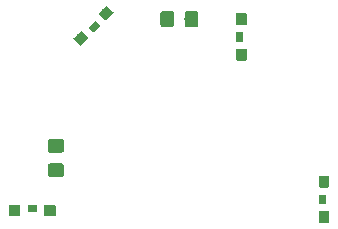
<source format=gbr>
G04 #@! TF.GenerationSoftware,KiCad,Pcbnew,5.1.2*
G04 #@! TF.CreationDate,2019-06-30T01:50:48-07:00*
G04 #@! TF.ProjectId,Mario_SAO,4d617269-6f5f-4534-914f-2e6b69636164,rev?*
G04 #@! TF.SameCoordinates,Original*
G04 #@! TF.FileFunction,Paste,Bot*
G04 #@! TF.FilePolarity,Positive*
%FSLAX46Y46*%
G04 Gerber Fmt 4.6, Leading zero omitted, Abs format (unit mm)*
G04 Created by KiCad (PCBNEW 5.1.2) date 2019-06-30 01:50:48*
%MOMM*%
%LPD*%
G04 APERTURE LIST*
%ADD10C,0.100000*%
%ADD11C,0.600000*%
%ADD12C,0.900000*%
%ADD13C,1.150000*%
G04 APERTURE END LIST*
D10*
G36*
X95095881Y-122750289D02*
G01*
X95101705Y-122751153D01*
X95107417Y-122752584D01*
X95112961Y-122754567D01*
X95118284Y-122757085D01*
X95123334Y-122760112D01*
X95128064Y-122763619D01*
X95132426Y-122767574D01*
X95136381Y-122771936D01*
X95139888Y-122776666D01*
X95142915Y-122781716D01*
X95145433Y-122787039D01*
X95147416Y-122792583D01*
X95148847Y-122798295D01*
X95149711Y-122804119D01*
X95150000Y-122810000D01*
X95150000Y-123290000D01*
X95149711Y-123295881D01*
X95148847Y-123301705D01*
X95147416Y-123307417D01*
X95145433Y-123312961D01*
X95142915Y-123318284D01*
X95139888Y-123323334D01*
X95136381Y-123328064D01*
X95132426Y-123332426D01*
X95128064Y-123336381D01*
X95123334Y-123339888D01*
X95118284Y-123342915D01*
X95112961Y-123345433D01*
X95107417Y-123347416D01*
X95101705Y-123348847D01*
X95095881Y-123349711D01*
X95090000Y-123350000D01*
X94410000Y-123350000D01*
X94404119Y-123349711D01*
X94398295Y-123348847D01*
X94392583Y-123347416D01*
X94387039Y-123345433D01*
X94381716Y-123342915D01*
X94376666Y-123339888D01*
X94371936Y-123336381D01*
X94367574Y-123332426D01*
X94363619Y-123328064D01*
X94360112Y-123323334D01*
X94357085Y-123318284D01*
X94354567Y-123312961D01*
X94352584Y-123307417D01*
X94351153Y-123301705D01*
X94350289Y-123295881D01*
X94350000Y-123290000D01*
X94350000Y-122810000D01*
X94350289Y-122804119D01*
X94351153Y-122798295D01*
X94352584Y-122792583D01*
X94354567Y-122787039D01*
X94357085Y-122781716D01*
X94360112Y-122776666D01*
X94363619Y-122771936D01*
X94367574Y-122767574D01*
X94371936Y-122763619D01*
X94376666Y-122760112D01*
X94381716Y-122757085D01*
X94387039Y-122754567D01*
X94392583Y-122752584D01*
X94398295Y-122751153D01*
X94404119Y-122750289D01*
X94410000Y-122750000D01*
X95090000Y-122750000D01*
X95095881Y-122750289D01*
X95095881Y-122750289D01*
G37*
D11*
X94750000Y-123050000D03*
D10*
G36*
X96668822Y-122750433D02*
G01*
X96677558Y-122751729D01*
X96686126Y-122753875D01*
X96694442Y-122756851D01*
X96702426Y-122760627D01*
X96710001Y-122765168D01*
X96717095Y-122770429D01*
X96723640Y-122776360D01*
X96729571Y-122782905D01*
X96734832Y-122789999D01*
X96739373Y-122797574D01*
X96743149Y-122805558D01*
X96746125Y-122813874D01*
X96748271Y-122822442D01*
X96749567Y-122831178D01*
X96750000Y-122840000D01*
X96750000Y-123560000D01*
X96749567Y-123568822D01*
X96748271Y-123577558D01*
X96746125Y-123586126D01*
X96743149Y-123594442D01*
X96739373Y-123602426D01*
X96734832Y-123610001D01*
X96729571Y-123617095D01*
X96723640Y-123623640D01*
X96717095Y-123629571D01*
X96710001Y-123634832D01*
X96702426Y-123639373D01*
X96694442Y-123643149D01*
X96686126Y-123646125D01*
X96677558Y-123648271D01*
X96668822Y-123649567D01*
X96660000Y-123650000D01*
X95840000Y-123650000D01*
X95831178Y-123649567D01*
X95822442Y-123648271D01*
X95813874Y-123646125D01*
X95805558Y-123643149D01*
X95797574Y-123639373D01*
X95789999Y-123634832D01*
X95782905Y-123629571D01*
X95776360Y-123623640D01*
X95770429Y-123617095D01*
X95765168Y-123610001D01*
X95760627Y-123602426D01*
X95756851Y-123594442D01*
X95753875Y-123586126D01*
X95751729Y-123577558D01*
X95750433Y-123568822D01*
X95750000Y-123560000D01*
X95750000Y-122840000D01*
X95750433Y-122831178D01*
X95751729Y-122822442D01*
X95753875Y-122813874D01*
X95756851Y-122805558D01*
X95760627Y-122797574D01*
X95765168Y-122789999D01*
X95770429Y-122782905D01*
X95776360Y-122776360D01*
X95782905Y-122770429D01*
X95789999Y-122765168D01*
X95797574Y-122760627D01*
X95805558Y-122756851D01*
X95813874Y-122753875D01*
X95822442Y-122751729D01*
X95831178Y-122750433D01*
X95840000Y-122750000D01*
X96660000Y-122750000D01*
X96668822Y-122750433D01*
X96668822Y-122750433D01*
G37*
D12*
X96250000Y-123200000D03*
D10*
G36*
X93668822Y-122750433D02*
G01*
X93677558Y-122751729D01*
X93686126Y-122753875D01*
X93694442Y-122756851D01*
X93702426Y-122760627D01*
X93710001Y-122765168D01*
X93717095Y-122770429D01*
X93723640Y-122776360D01*
X93729571Y-122782905D01*
X93734832Y-122789999D01*
X93739373Y-122797574D01*
X93743149Y-122805558D01*
X93746125Y-122813874D01*
X93748271Y-122822442D01*
X93749567Y-122831178D01*
X93750000Y-122840000D01*
X93750000Y-123560000D01*
X93749567Y-123568822D01*
X93748271Y-123577558D01*
X93746125Y-123586126D01*
X93743149Y-123594442D01*
X93739373Y-123602426D01*
X93734832Y-123610001D01*
X93729571Y-123617095D01*
X93723640Y-123623640D01*
X93717095Y-123629571D01*
X93710001Y-123634832D01*
X93702426Y-123639373D01*
X93694442Y-123643149D01*
X93686126Y-123646125D01*
X93677558Y-123648271D01*
X93668822Y-123649567D01*
X93660000Y-123650000D01*
X92840000Y-123650000D01*
X92831178Y-123649567D01*
X92822442Y-123648271D01*
X92813874Y-123646125D01*
X92805558Y-123643149D01*
X92797574Y-123639373D01*
X92789999Y-123634832D01*
X92782905Y-123629571D01*
X92776360Y-123623640D01*
X92770429Y-123617095D01*
X92765168Y-123610001D01*
X92760627Y-123602426D01*
X92756851Y-123594442D01*
X92753875Y-123586126D01*
X92751729Y-123577558D01*
X92750433Y-123568822D01*
X92750000Y-123560000D01*
X92750000Y-122840000D01*
X92750433Y-122831178D01*
X92751729Y-122822442D01*
X92753875Y-122813874D01*
X92756851Y-122805558D01*
X92760627Y-122797574D01*
X92765168Y-122789999D01*
X92770429Y-122782905D01*
X92776360Y-122776360D01*
X92782905Y-122770429D01*
X92789999Y-122765168D01*
X92797574Y-122760627D01*
X92805558Y-122756851D01*
X92813874Y-122753875D01*
X92822442Y-122751729D01*
X92831178Y-122750433D01*
X92840000Y-122750000D01*
X93660000Y-122750000D01*
X93668822Y-122750433D01*
X93668822Y-122750433D01*
G37*
D12*
X93250000Y-123200000D03*
D10*
G36*
X101040193Y-105840656D02*
G01*
X101048929Y-105841952D01*
X101057497Y-105844098D01*
X101065813Y-105847074D01*
X101073797Y-105850850D01*
X101081372Y-105855391D01*
X101088466Y-105860652D01*
X101095011Y-105866583D01*
X101604128Y-106375700D01*
X101610059Y-106382245D01*
X101615320Y-106389339D01*
X101619861Y-106396914D01*
X101623637Y-106404898D01*
X101626613Y-106413214D01*
X101628759Y-106421782D01*
X101630055Y-106430518D01*
X101630488Y-106439340D01*
X101630055Y-106448162D01*
X101628759Y-106456898D01*
X101626613Y-106465466D01*
X101623637Y-106473782D01*
X101619861Y-106481766D01*
X101615320Y-106489341D01*
X101610059Y-106496435D01*
X101604128Y-106502980D01*
X101024301Y-107082807D01*
X101017756Y-107088738D01*
X101010662Y-107093999D01*
X101003087Y-107098540D01*
X100995103Y-107102316D01*
X100986787Y-107105292D01*
X100978219Y-107107438D01*
X100969483Y-107108734D01*
X100960661Y-107109167D01*
X100951839Y-107108734D01*
X100943103Y-107107438D01*
X100934535Y-107105292D01*
X100926219Y-107102316D01*
X100918235Y-107098540D01*
X100910660Y-107093999D01*
X100903566Y-107088738D01*
X100897021Y-107082807D01*
X100387904Y-106573690D01*
X100381973Y-106567145D01*
X100376712Y-106560051D01*
X100372171Y-106552476D01*
X100368395Y-106544492D01*
X100365419Y-106536176D01*
X100363273Y-106527608D01*
X100361977Y-106518872D01*
X100361544Y-106510050D01*
X100361977Y-106501228D01*
X100363273Y-106492492D01*
X100365419Y-106483924D01*
X100368395Y-106475608D01*
X100372171Y-106467624D01*
X100376712Y-106460049D01*
X100381973Y-106452955D01*
X100387904Y-106446410D01*
X100967731Y-105866583D01*
X100974276Y-105860652D01*
X100981370Y-105855391D01*
X100988945Y-105850850D01*
X100996929Y-105847074D01*
X101005245Y-105844098D01*
X101013813Y-105841952D01*
X101022549Y-105840656D01*
X101031371Y-105840223D01*
X101040193Y-105840656D01*
X101040193Y-105840656D01*
G37*
D12*
X100996016Y-106474695D03*
D10*
G36*
X98918872Y-107961977D02*
G01*
X98927608Y-107963273D01*
X98936176Y-107965419D01*
X98944492Y-107968395D01*
X98952476Y-107972171D01*
X98960051Y-107976712D01*
X98967145Y-107981973D01*
X98973690Y-107987904D01*
X99482807Y-108497021D01*
X99488738Y-108503566D01*
X99493999Y-108510660D01*
X99498540Y-108518235D01*
X99502316Y-108526219D01*
X99505292Y-108534535D01*
X99507438Y-108543103D01*
X99508734Y-108551839D01*
X99509167Y-108560661D01*
X99508734Y-108569483D01*
X99507438Y-108578219D01*
X99505292Y-108586787D01*
X99502316Y-108595103D01*
X99498540Y-108603087D01*
X99493999Y-108610662D01*
X99488738Y-108617756D01*
X99482807Y-108624301D01*
X98902980Y-109204128D01*
X98896435Y-109210059D01*
X98889341Y-109215320D01*
X98881766Y-109219861D01*
X98873782Y-109223637D01*
X98865466Y-109226613D01*
X98856898Y-109228759D01*
X98848162Y-109230055D01*
X98839340Y-109230488D01*
X98830518Y-109230055D01*
X98821782Y-109228759D01*
X98813214Y-109226613D01*
X98804898Y-109223637D01*
X98796914Y-109219861D01*
X98789339Y-109215320D01*
X98782245Y-109210059D01*
X98775700Y-109204128D01*
X98266583Y-108695011D01*
X98260652Y-108688466D01*
X98255391Y-108681372D01*
X98250850Y-108673797D01*
X98247074Y-108665813D01*
X98244098Y-108657497D01*
X98241952Y-108648929D01*
X98240656Y-108640193D01*
X98240223Y-108631371D01*
X98240656Y-108622549D01*
X98241952Y-108613813D01*
X98244098Y-108605245D01*
X98247074Y-108596929D01*
X98250850Y-108588945D01*
X98255391Y-108581370D01*
X98260652Y-108574276D01*
X98266583Y-108567731D01*
X98846410Y-107987904D01*
X98852955Y-107981973D01*
X98860049Y-107976712D01*
X98867624Y-107972171D01*
X98875608Y-107968395D01*
X98883924Y-107965419D01*
X98892492Y-107963273D01*
X98901228Y-107961977D01*
X98910050Y-107961544D01*
X98918872Y-107961977D01*
X98918872Y-107961977D01*
G37*
D12*
X98874695Y-108596016D03*
D10*
G36*
X100118013Y-107171588D02*
G01*
X100123837Y-107172452D01*
X100129549Y-107173883D01*
X100135093Y-107175866D01*
X100140416Y-107178384D01*
X100145466Y-107181411D01*
X100150196Y-107184918D01*
X100154558Y-107188873D01*
X100493969Y-107528284D01*
X100497924Y-107532646D01*
X100501431Y-107537376D01*
X100504458Y-107542426D01*
X100506976Y-107547749D01*
X100508959Y-107553293D01*
X100510390Y-107559005D01*
X100511254Y-107564829D01*
X100511543Y-107570710D01*
X100511254Y-107576591D01*
X100510390Y-107582415D01*
X100508959Y-107588127D01*
X100506976Y-107593671D01*
X100504458Y-107598994D01*
X100501431Y-107604044D01*
X100497924Y-107608774D01*
X100493969Y-107613136D01*
X100013136Y-108093969D01*
X100008774Y-108097924D01*
X100004044Y-108101431D01*
X99998994Y-108104458D01*
X99993671Y-108106976D01*
X99988127Y-108108959D01*
X99982415Y-108110390D01*
X99976591Y-108111254D01*
X99970710Y-108111543D01*
X99964829Y-108111254D01*
X99959005Y-108110390D01*
X99953293Y-108108959D01*
X99947749Y-108106976D01*
X99942426Y-108104458D01*
X99937376Y-108101431D01*
X99932646Y-108097924D01*
X99928284Y-108093969D01*
X99588873Y-107754558D01*
X99584918Y-107750196D01*
X99581411Y-107745466D01*
X99578384Y-107740416D01*
X99575866Y-107735093D01*
X99573883Y-107729549D01*
X99572452Y-107723837D01*
X99571588Y-107718013D01*
X99571299Y-107712132D01*
X99571588Y-107706251D01*
X99572452Y-107700427D01*
X99573883Y-107694715D01*
X99575866Y-107689171D01*
X99578384Y-107683848D01*
X99581411Y-107678798D01*
X99584918Y-107674068D01*
X99588873Y-107669706D01*
X100069706Y-107188873D01*
X100074068Y-107184918D01*
X100078798Y-107181411D01*
X100083848Y-107178384D01*
X100089171Y-107175866D01*
X100094715Y-107173883D01*
X100100427Y-107172452D01*
X100106251Y-107171588D01*
X100112132Y-107171299D01*
X100118013Y-107171588D01*
X100118013Y-107171588D01*
G37*
D11*
X100041421Y-107641421D03*
D10*
G36*
X119545881Y-121850289D02*
G01*
X119551705Y-121851153D01*
X119557417Y-121852584D01*
X119562961Y-121854567D01*
X119568284Y-121857085D01*
X119573334Y-121860112D01*
X119578064Y-121863619D01*
X119582426Y-121867574D01*
X119586381Y-121871936D01*
X119589888Y-121876666D01*
X119592915Y-121881716D01*
X119595433Y-121887039D01*
X119597416Y-121892583D01*
X119598847Y-121898295D01*
X119599711Y-121904119D01*
X119600000Y-121910000D01*
X119600000Y-122590000D01*
X119599711Y-122595881D01*
X119598847Y-122601705D01*
X119597416Y-122607417D01*
X119595433Y-122612961D01*
X119592915Y-122618284D01*
X119589888Y-122623334D01*
X119586381Y-122628064D01*
X119582426Y-122632426D01*
X119578064Y-122636381D01*
X119573334Y-122639888D01*
X119568284Y-122642915D01*
X119562961Y-122645433D01*
X119557417Y-122647416D01*
X119551705Y-122648847D01*
X119545881Y-122649711D01*
X119540000Y-122650000D01*
X119060000Y-122650000D01*
X119054119Y-122649711D01*
X119048295Y-122648847D01*
X119042583Y-122647416D01*
X119037039Y-122645433D01*
X119031716Y-122642915D01*
X119026666Y-122639888D01*
X119021936Y-122636381D01*
X119017574Y-122632426D01*
X119013619Y-122628064D01*
X119010112Y-122623334D01*
X119007085Y-122618284D01*
X119004567Y-122612961D01*
X119002584Y-122607417D01*
X119001153Y-122601705D01*
X119000289Y-122595881D01*
X119000000Y-122590000D01*
X119000000Y-121910000D01*
X119000289Y-121904119D01*
X119001153Y-121898295D01*
X119002584Y-121892583D01*
X119004567Y-121887039D01*
X119007085Y-121881716D01*
X119010112Y-121876666D01*
X119013619Y-121871936D01*
X119017574Y-121867574D01*
X119021936Y-121863619D01*
X119026666Y-121860112D01*
X119031716Y-121857085D01*
X119037039Y-121854567D01*
X119042583Y-121852584D01*
X119048295Y-121851153D01*
X119054119Y-121850289D01*
X119060000Y-121850000D01*
X119540000Y-121850000D01*
X119545881Y-121850289D01*
X119545881Y-121850289D01*
G37*
D11*
X119300000Y-122250000D03*
D10*
G36*
X119818822Y-120250433D02*
G01*
X119827558Y-120251729D01*
X119836126Y-120253875D01*
X119844442Y-120256851D01*
X119852426Y-120260627D01*
X119860001Y-120265168D01*
X119867095Y-120270429D01*
X119873640Y-120276360D01*
X119879571Y-120282905D01*
X119884832Y-120289999D01*
X119889373Y-120297574D01*
X119893149Y-120305558D01*
X119896125Y-120313874D01*
X119898271Y-120322442D01*
X119899567Y-120331178D01*
X119900000Y-120340000D01*
X119900000Y-121160000D01*
X119899567Y-121168822D01*
X119898271Y-121177558D01*
X119896125Y-121186126D01*
X119893149Y-121194442D01*
X119889373Y-121202426D01*
X119884832Y-121210001D01*
X119879571Y-121217095D01*
X119873640Y-121223640D01*
X119867095Y-121229571D01*
X119860001Y-121234832D01*
X119852426Y-121239373D01*
X119844442Y-121243149D01*
X119836126Y-121246125D01*
X119827558Y-121248271D01*
X119818822Y-121249567D01*
X119810000Y-121250000D01*
X119090000Y-121250000D01*
X119081178Y-121249567D01*
X119072442Y-121248271D01*
X119063874Y-121246125D01*
X119055558Y-121243149D01*
X119047574Y-121239373D01*
X119039999Y-121234832D01*
X119032905Y-121229571D01*
X119026360Y-121223640D01*
X119020429Y-121217095D01*
X119015168Y-121210001D01*
X119010627Y-121202426D01*
X119006851Y-121194442D01*
X119003875Y-121186126D01*
X119001729Y-121177558D01*
X119000433Y-121168822D01*
X119000000Y-121160000D01*
X119000000Y-120340000D01*
X119000433Y-120331178D01*
X119001729Y-120322442D01*
X119003875Y-120313874D01*
X119006851Y-120305558D01*
X119010627Y-120297574D01*
X119015168Y-120289999D01*
X119020429Y-120282905D01*
X119026360Y-120276360D01*
X119032905Y-120270429D01*
X119039999Y-120265168D01*
X119047574Y-120260627D01*
X119055558Y-120256851D01*
X119063874Y-120253875D01*
X119072442Y-120251729D01*
X119081178Y-120250433D01*
X119090000Y-120250000D01*
X119810000Y-120250000D01*
X119818822Y-120250433D01*
X119818822Y-120250433D01*
G37*
D12*
X119450000Y-120750000D03*
D10*
G36*
X119818822Y-123250433D02*
G01*
X119827558Y-123251729D01*
X119836126Y-123253875D01*
X119844442Y-123256851D01*
X119852426Y-123260627D01*
X119860001Y-123265168D01*
X119867095Y-123270429D01*
X119873640Y-123276360D01*
X119879571Y-123282905D01*
X119884832Y-123289999D01*
X119889373Y-123297574D01*
X119893149Y-123305558D01*
X119896125Y-123313874D01*
X119898271Y-123322442D01*
X119899567Y-123331178D01*
X119900000Y-123340000D01*
X119900000Y-124160000D01*
X119899567Y-124168822D01*
X119898271Y-124177558D01*
X119896125Y-124186126D01*
X119893149Y-124194442D01*
X119889373Y-124202426D01*
X119884832Y-124210001D01*
X119879571Y-124217095D01*
X119873640Y-124223640D01*
X119867095Y-124229571D01*
X119860001Y-124234832D01*
X119852426Y-124239373D01*
X119844442Y-124243149D01*
X119836126Y-124246125D01*
X119827558Y-124248271D01*
X119818822Y-124249567D01*
X119810000Y-124250000D01*
X119090000Y-124250000D01*
X119081178Y-124249567D01*
X119072442Y-124248271D01*
X119063874Y-124246125D01*
X119055558Y-124243149D01*
X119047574Y-124239373D01*
X119039999Y-124234832D01*
X119032905Y-124229571D01*
X119026360Y-124223640D01*
X119020429Y-124217095D01*
X119015168Y-124210001D01*
X119010627Y-124202426D01*
X119006851Y-124194442D01*
X119003875Y-124186126D01*
X119001729Y-124177558D01*
X119000433Y-124168822D01*
X119000000Y-124160000D01*
X119000000Y-123340000D01*
X119000433Y-123331178D01*
X119001729Y-123322442D01*
X119003875Y-123313874D01*
X119006851Y-123305558D01*
X119010627Y-123297574D01*
X119015168Y-123289999D01*
X119020429Y-123282905D01*
X119026360Y-123276360D01*
X119032905Y-123270429D01*
X119039999Y-123265168D01*
X119047574Y-123260627D01*
X119055558Y-123256851D01*
X119063874Y-123253875D01*
X119072442Y-123251729D01*
X119081178Y-123250433D01*
X119090000Y-123250000D01*
X119810000Y-123250000D01*
X119818822Y-123250433D01*
X119818822Y-123250433D01*
G37*
D12*
X119450000Y-123750000D03*
D10*
G36*
X112818822Y-109500433D02*
G01*
X112827558Y-109501729D01*
X112836126Y-109503875D01*
X112844442Y-109506851D01*
X112852426Y-109510627D01*
X112860001Y-109515168D01*
X112867095Y-109520429D01*
X112873640Y-109526360D01*
X112879571Y-109532905D01*
X112884832Y-109539999D01*
X112889373Y-109547574D01*
X112893149Y-109555558D01*
X112896125Y-109563874D01*
X112898271Y-109572442D01*
X112899567Y-109581178D01*
X112900000Y-109590000D01*
X112900000Y-110410000D01*
X112899567Y-110418822D01*
X112898271Y-110427558D01*
X112896125Y-110436126D01*
X112893149Y-110444442D01*
X112889373Y-110452426D01*
X112884832Y-110460001D01*
X112879571Y-110467095D01*
X112873640Y-110473640D01*
X112867095Y-110479571D01*
X112860001Y-110484832D01*
X112852426Y-110489373D01*
X112844442Y-110493149D01*
X112836126Y-110496125D01*
X112827558Y-110498271D01*
X112818822Y-110499567D01*
X112810000Y-110500000D01*
X112090000Y-110500000D01*
X112081178Y-110499567D01*
X112072442Y-110498271D01*
X112063874Y-110496125D01*
X112055558Y-110493149D01*
X112047574Y-110489373D01*
X112039999Y-110484832D01*
X112032905Y-110479571D01*
X112026360Y-110473640D01*
X112020429Y-110467095D01*
X112015168Y-110460001D01*
X112010627Y-110452426D01*
X112006851Y-110444442D01*
X112003875Y-110436126D01*
X112001729Y-110427558D01*
X112000433Y-110418822D01*
X112000000Y-110410000D01*
X112000000Y-109590000D01*
X112000433Y-109581178D01*
X112001729Y-109572442D01*
X112003875Y-109563874D01*
X112006851Y-109555558D01*
X112010627Y-109547574D01*
X112015168Y-109539999D01*
X112020429Y-109532905D01*
X112026360Y-109526360D01*
X112032905Y-109520429D01*
X112039999Y-109515168D01*
X112047574Y-109510627D01*
X112055558Y-109506851D01*
X112063874Y-109503875D01*
X112072442Y-109501729D01*
X112081178Y-109500433D01*
X112090000Y-109500000D01*
X112810000Y-109500000D01*
X112818822Y-109500433D01*
X112818822Y-109500433D01*
G37*
D12*
X112450000Y-110000000D03*
D10*
G36*
X112818822Y-106500433D02*
G01*
X112827558Y-106501729D01*
X112836126Y-106503875D01*
X112844442Y-106506851D01*
X112852426Y-106510627D01*
X112860001Y-106515168D01*
X112867095Y-106520429D01*
X112873640Y-106526360D01*
X112879571Y-106532905D01*
X112884832Y-106539999D01*
X112889373Y-106547574D01*
X112893149Y-106555558D01*
X112896125Y-106563874D01*
X112898271Y-106572442D01*
X112899567Y-106581178D01*
X112900000Y-106590000D01*
X112900000Y-107410000D01*
X112899567Y-107418822D01*
X112898271Y-107427558D01*
X112896125Y-107436126D01*
X112893149Y-107444442D01*
X112889373Y-107452426D01*
X112884832Y-107460001D01*
X112879571Y-107467095D01*
X112873640Y-107473640D01*
X112867095Y-107479571D01*
X112860001Y-107484832D01*
X112852426Y-107489373D01*
X112844442Y-107493149D01*
X112836126Y-107496125D01*
X112827558Y-107498271D01*
X112818822Y-107499567D01*
X112810000Y-107500000D01*
X112090000Y-107500000D01*
X112081178Y-107499567D01*
X112072442Y-107498271D01*
X112063874Y-107496125D01*
X112055558Y-107493149D01*
X112047574Y-107489373D01*
X112039999Y-107484832D01*
X112032905Y-107479571D01*
X112026360Y-107473640D01*
X112020429Y-107467095D01*
X112015168Y-107460001D01*
X112010627Y-107452426D01*
X112006851Y-107444442D01*
X112003875Y-107436126D01*
X112001729Y-107427558D01*
X112000433Y-107418822D01*
X112000000Y-107410000D01*
X112000000Y-106590000D01*
X112000433Y-106581178D01*
X112001729Y-106572442D01*
X112003875Y-106563874D01*
X112006851Y-106555558D01*
X112010627Y-106547574D01*
X112015168Y-106539999D01*
X112020429Y-106532905D01*
X112026360Y-106526360D01*
X112032905Y-106520429D01*
X112039999Y-106515168D01*
X112047574Y-106510627D01*
X112055558Y-106506851D01*
X112063874Y-106503875D01*
X112072442Y-106501729D01*
X112081178Y-106500433D01*
X112090000Y-106500000D01*
X112810000Y-106500000D01*
X112818822Y-106500433D01*
X112818822Y-106500433D01*
G37*
D12*
X112450000Y-107000000D03*
D10*
G36*
X112545881Y-108100289D02*
G01*
X112551705Y-108101153D01*
X112557417Y-108102584D01*
X112562961Y-108104567D01*
X112568284Y-108107085D01*
X112573334Y-108110112D01*
X112578064Y-108113619D01*
X112582426Y-108117574D01*
X112586381Y-108121936D01*
X112589888Y-108126666D01*
X112592915Y-108131716D01*
X112595433Y-108137039D01*
X112597416Y-108142583D01*
X112598847Y-108148295D01*
X112599711Y-108154119D01*
X112600000Y-108160000D01*
X112600000Y-108840000D01*
X112599711Y-108845881D01*
X112598847Y-108851705D01*
X112597416Y-108857417D01*
X112595433Y-108862961D01*
X112592915Y-108868284D01*
X112589888Y-108873334D01*
X112586381Y-108878064D01*
X112582426Y-108882426D01*
X112578064Y-108886381D01*
X112573334Y-108889888D01*
X112568284Y-108892915D01*
X112562961Y-108895433D01*
X112557417Y-108897416D01*
X112551705Y-108898847D01*
X112545881Y-108899711D01*
X112540000Y-108900000D01*
X112060000Y-108900000D01*
X112054119Y-108899711D01*
X112048295Y-108898847D01*
X112042583Y-108897416D01*
X112037039Y-108895433D01*
X112031716Y-108892915D01*
X112026666Y-108889888D01*
X112021936Y-108886381D01*
X112017574Y-108882426D01*
X112013619Y-108878064D01*
X112010112Y-108873334D01*
X112007085Y-108868284D01*
X112004567Y-108862961D01*
X112002584Y-108857417D01*
X112001153Y-108851705D01*
X112000289Y-108845881D01*
X112000000Y-108840000D01*
X112000000Y-108160000D01*
X112000289Y-108154119D01*
X112001153Y-108148295D01*
X112002584Y-108142583D01*
X112004567Y-108137039D01*
X112007085Y-108131716D01*
X112010112Y-108126666D01*
X112013619Y-108121936D01*
X112017574Y-108117574D01*
X112021936Y-108113619D01*
X112026666Y-108110112D01*
X112031716Y-108107085D01*
X112037039Y-108104567D01*
X112042583Y-108102584D01*
X112048295Y-108101153D01*
X112054119Y-108100289D01*
X112060000Y-108100000D01*
X112540000Y-108100000D01*
X112545881Y-108100289D01*
X112545881Y-108100289D01*
G37*
D11*
X112300000Y-108500000D03*
D10*
G36*
X97224505Y-117151204D02*
G01*
X97248773Y-117154804D01*
X97272572Y-117160765D01*
X97295671Y-117169030D01*
X97317850Y-117179520D01*
X97338893Y-117192132D01*
X97358599Y-117206747D01*
X97376777Y-117223223D01*
X97393253Y-117241401D01*
X97407868Y-117261107D01*
X97420480Y-117282150D01*
X97430970Y-117304329D01*
X97439235Y-117327428D01*
X97445196Y-117351227D01*
X97448796Y-117375495D01*
X97450000Y-117399999D01*
X97450000Y-118050001D01*
X97448796Y-118074505D01*
X97445196Y-118098773D01*
X97439235Y-118122572D01*
X97430970Y-118145671D01*
X97420480Y-118167850D01*
X97407868Y-118188893D01*
X97393253Y-118208599D01*
X97376777Y-118226777D01*
X97358599Y-118243253D01*
X97338893Y-118257868D01*
X97317850Y-118270480D01*
X97295671Y-118280970D01*
X97272572Y-118289235D01*
X97248773Y-118295196D01*
X97224505Y-118298796D01*
X97200001Y-118300000D01*
X96299999Y-118300000D01*
X96275495Y-118298796D01*
X96251227Y-118295196D01*
X96227428Y-118289235D01*
X96204329Y-118280970D01*
X96182150Y-118270480D01*
X96161107Y-118257868D01*
X96141401Y-118243253D01*
X96123223Y-118226777D01*
X96106747Y-118208599D01*
X96092132Y-118188893D01*
X96079520Y-118167850D01*
X96069030Y-118145671D01*
X96060765Y-118122572D01*
X96054804Y-118098773D01*
X96051204Y-118074505D01*
X96050000Y-118050001D01*
X96050000Y-117399999D01*
X96051204Y-117375495D01*
X96054804Y-117351227D01*
X96060765Y-117327428D01*
X96069030Y-117304329D01*
X96079520Y-117282150D01*
X96092132Y-117261107D01*
X96106747Y-117241401D01*
X96123223Y-117223223D01*
X96141401Y-117206747D01*
X96161107Y-117192132D01*
X96182150Y-117179520D01*
X96204329Y-117169030D01*
X96227428Y-117160765D01*
X96251227Y-117154804D01*
X96275495Y-117151204D01*
X96299999Y-117150000D01*
X97200001Y-117150000D01*
X97224505Y-117151204D01*
X97224505Y-117151204D01*
G37*
D13*
X96750000Y-117725000D03*
D10*
G36*
X97224505Y-119201204D02*
G01*
X97248773Y-119204804D01*
X97272572Y-119210765D01*
X97295671Y-119219030D01*
X97317850Y-119229520D01*
X97338893Y-119242132D01*
X97358599Y-119256747D01*
X97376777Y-119273223D01*
X97393253Y-119291401D01*
X97407868Y-119311107D01*
X97420480Y-119332150D01*
X97430970Y-119354329D01*
X97439235Y-119377428D01*
X97445196Y-119401227D01*
X97448796Y-119425495D01*
X97450000Y-119449999D01*
X97450000Y-120100001D01*
X97448796Y-120124505D01*
X97445196Y-120148773D01*
X97439235Y-120172572D01*
X97430970Y-120195671D01*
X97420480Y-120217850D01*
X97407868Y-120238893D01*
X97393253Y-120258599D01*
X97376777Y-120276777D01*
X97358599Y-120293253D01*
X97338893Y-120307868D01*
X97317850Y-120320480D01*
X97295671Y-120330970D01*
X97272572Y-120339235D01*
X97248773Y-120345196D01*
X97224505Y-120348796D01*
X97200001Y-120350000D01*
X96299999Y-120350000D01*
X96275495Y-120348796D01*
X96251227Y-120345196D01*
X96227428Y-120339235D01*
X96204329Y-120330970D01*
X96182150Y-120320480D01*
X96161107Y-120307868D01*
X96141401Y-120293253D01*
X96123223Y-120276777D01*
X96106747Y-120258599D01*
X96092132Y-120238893D01*
X96079520Y-120217850D01*
X96069030Y-120195671D01*
X96060765Y-120172572D01*
X96054804Y-120148773D01*
X96051204Y-120124505D01*
X96050000Y-120100001D01*
X96050000Y-119449999D01*
X96051204Y-119425495D01*
X96054804Y-119401227D01*
X96060765Y-119377428D01*
X96069030Y-119354329D01*
X96079520Y-119332150D01*
X96092132Y-119311107D01*
X96106747Y-119291401D01*
X96123223Y-119273223D01*
X96141401Y-119256747D01*
X96161107Y-119242132D01*
X96182150Y-119229520D01*
X96204329Y-119219030D01*
X96227428Y-119210765D01*
X96251227Y-119204804D01*
X96275495Y-119201204D01*
X96299999Y-119200000D01*
X97200001Y-119200000D01*
X97224505Y-119201204D01*
X97224505Y-119201204D01*
G37*
D13*
X96750000Y-119775000D03*
D10*
G36*
X108574505Y-106301204D02*
G01*
X108598773Y-106304804D01*
X108622572Y-106310765D01*
X108645671Y-106319030D01*
X108667850Y-106329520D01*
X108688893Y-106342132D01*
X108708599Y-106356747D01*
X108726777Y-106373223D01*
X108743253Y-106391401D01*
X108757868Y-106411107D01*
X108770480Y-106432150D01*
X108780970Y-106454329D01*
X108789235Y-106477428D01*
X108795196Y-106501227D01*
X108798796Y-106525495D01*
X108800000Y-106549999D01*
X108800000Y-107450001D01*
X108798796Y-107474505D01*
X108795196Y-107498773D01*
X108789235Y-107522572D01*
X108780970Y-107545671D01*
X108770480Y-107567850D01*
X108757868Y-107588893D01*
X108743253Y-107608599D01*
X108726777Y-107626777D01*
X108708599Y-107643253D01*
X108688893Y-107657868D01*
X108667850Y-107670480D01*
X108645671Y-107680970D01*
X108622572Y-107689235D01*
X108598773Y-107695196D01*
X108574505Y-107698796D01*
X108550001Y-107700000D01*
X107899999Y-107700000D01*
X107875495Y-107698796D01*
X107851227Y-107695196D01*
X107827428Y-107689235D01*
X107804329Y-107680970D01*
X107782150Y-107670480D01*
X107761107Y-107657868D01*
X107741401Y-107643253D01*
X107723223Y-107626777D01*
X107706747Y-107608599D01*
X107692132Y-107588893D01*
X107679520Y-107567850D01*
X107669030Y-107545671D01*
X107660765Y-107522572D01*
X107654804Y-107498773D01*
X107651204Y-107474505D01*
X107650000Y-107450001D01*
X107650000Y-106549999D01*
X107651204Y-106525495D01*
X107654804Y-106501227D01*
X107660765Y-106477428D01*
X107669030Y-106454329D01*
X107679520Y-106432150D01*
X107692132Y-106411107D01*
X107706747Y-106391401D01*
X107723223Y-106373223D01*
X107741401Y-106356747D01*
X107761107Y-106342132D01*
X107782150Y-106329520D01*
X107804329Y-106319030D01*
X107827428Y-106310765D01*
X107851227Y-106304804D01*
X107875495Y-106301204D01*
X107899999Y-106300000D01*
X108550001Y-106300000D01*
X108574505Y-106301204D01*
X108574505Y-106301204D01*
G37*
D13*
X108225000Y-107000000D03*
D10*
G36*
X106524505Y-106301204D02*
G01*
X106548773Y-106304804D01*
X106572572Y-106310765D01*
X106595671Y-106319030D01*
X106617850Y-106329520D01*
X106638893Y-106342132D01*
X106658599Y-106356747D01*
X106676777Y-106373223D01*
X106693253Y-106391401D01*
X106707868Y-106411107D01*
X106720480Y-106432150D01*
X106730970Y-106454329D01*
X106739235Y-106477428D01*
X106745196Y-106501227D01*
X106748796Y-106525495D01*
X106750000Y-106549999D01*
X106750000Y-107450001D01*
X106748796Y-107474505D01*
X106745196Y-107498773D01*
X106739235Y-107522572D01*
X106730970Y-107545671D01*
X106720480Y-107567850D01*
X106707868Y-107588893D01*
X106693253Y-107608599D01*
X106676777Y-107626777D01*
X106658599Y-107643253D01*
X106638893Y-107657868D01*
X106617850Y-107670480D01*
X106595671Y-107680970D01*
X106572572Y-107689235D01*
X106548773Y-107695196D01*
X106524505Y-107698796D01*
X106500001Y-107700000D01*
X105849999Y-107700000D01*
X105825495Y-107698796D01*
X105801227Y-107695196D01*
X105777428Y-107689235D01*
X105754329Y-107680970D01*
X105732150Y-107670480D01*
X105711107Y-107657868D01*
X105691401Y-107643253D01*
X105673223Y-107626777D01*
X105656747Y-107608599D01*
X105642132Y-107588893D01*
X105629520Y-107567850D01*
X105619030Y-107545671D01*
X105610765Y-107522572D01*
X105604804Y-107498773D01*
X105601204Y-107474505D01*
X105600000Y-107450001D01*
X105600000Y-106549999D01*
X105601204Y-106525495D01*
X105604804Y-106501227D01*
X105610765Y-106477428D01*
X105619030Y-106454329D01*
X105629520Y-106432150D01*
X105642132Y-106411107D01*
X105656747Y-106391401D01*
X105673223Y-106373223D01*
X105691401Y-106356747D01*
X105711107Y-106342132D01*
X105732150Y-106329520D01*
X105754329Y-106319030D01*
X105777428Y-106310765D01*
X105801227Y-106304804D01*
X105825495Y-106301204D01*
X105849999Y-106300000D01*
X106500001Y-106300000D01*
X106524505Y-106301204D01*
X106524505Y-106301204D01*
G37*
D13*
X106175000Y-107000000D03*
M02*

</source>
